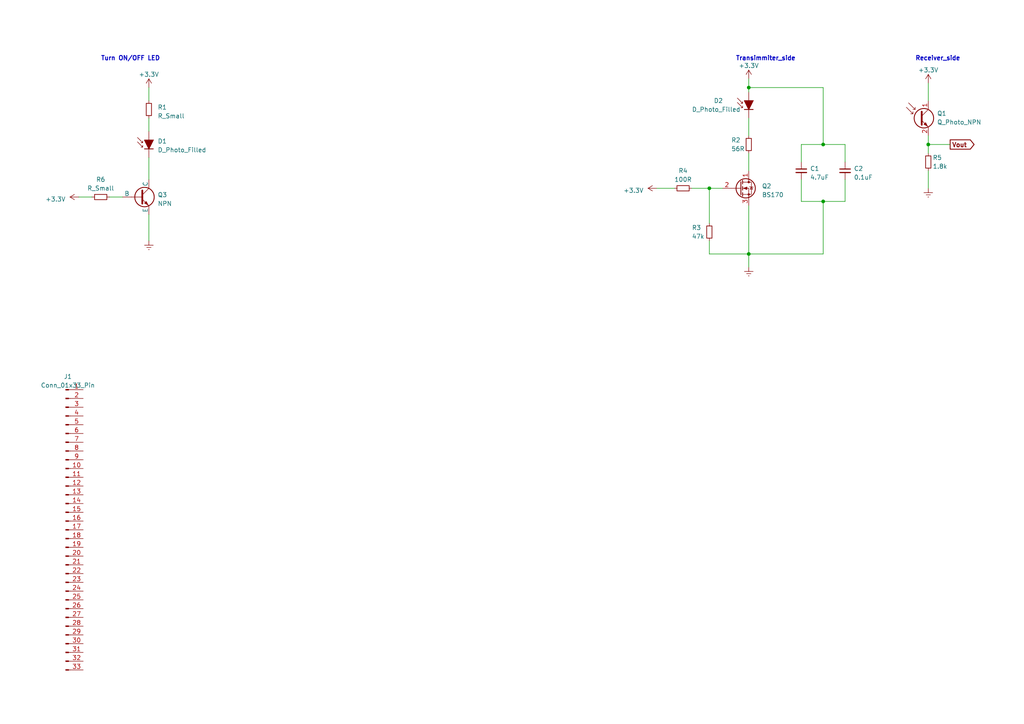
<source format=kicad_sch>
(kicad_sch (version 20230121) (generator eeschema)

  (uuid 82b518e6-905e-45ea-9c72-9e426627403e)

  (paper "A4")

  (title_block
    (title "MM_Sensor_Design")
    (date "2024-03-17")
    (rev "v01")
    (company "University of Cape Town")
    (comment 1 "@Author: Sfiso Masinga")
  )

  (lib_symbols
    (symbol "Connector:Conn_01x33_Pin" (pin_names (offset 1.016) hide) (in_bom yes) (on_board yes)
      (property "Reference" "J" (at 0 43.18 0)
        (effects (font (size 1.27 1.27)))
      )
      (property "Value" "Conn_01x33_Pin" (at 0 -43.18 0)
        (effects (font (size 1.27 1.27)))
      )
      (property "Footprint" "" (at 0 0 0)
        (effects (font (size 1.27 1.27)) hide)
      )
      (property "Datasheet" "~" (at 0 0 0)
        (effects (font (size 1.27 1.27)) hide)
      )
      (property "ki_locked" "" (at 0 0 0)
        (effects (font (size 1.27 1.27)))
      )
      (property "ki_keywords" "connector" (at 0 0 0)
        (effects (font (size 1.27 1.27)) hide)
      )
      (property "ki_description" "Generic connector, single row, 01x33, script generated" (at 0 0 0)
        (effects (font (size 1.27 1.27)) hide)
      )
      (property "ki_fp_filters" "Connector*:*_1x??_*" (at 0 0 0)
        (effects (font (size 1.27 1.27)) hide)
      )
      (symbol "Conn_01x33_Pin_1_1"
        (polyline
          (pts
            (xy 1.27 -40.64)
            (xy 0.8636 -40.64)
          )
          (stroke (width 0.1524) (type default))
          (fill (type none))
        )
        (polyline
          (pts
            (xy 1.27 -38.1)
            (xy 0.8636 -38.1)
          )
          (stroke (width 0.1524) (type default))
          (fill (type none))
        )
        (polyline
          (pts
            (xy 1.27 -35.56)
            (xy 0.8636 -35.56)
          )
          (stroke (width 0.1524) (type default))
          (fill (type none))
        )
        (polyline
          (pts
            (xy 1.27 -33.02)
            (xy 0.8636 -33.02)
          )
          (stroke (width 0.1524) (type default))
          (fill (type none))
        )
        (polyline
          (pts
            (xy 1.27 -30.48)
            (xy 0.8636 -30.48)
          )
          (stroke (width 0.1524) (type default))
          (fill (type none))
        )
        (polyline
          (pts
            (xy 1.27 -27.94)
            (xy 0.8636 -27.94)
          )
          (stroke (width 0.1524) (type default))
          (fill (type none))
        )
        (polyline
          (pts
            (xy 1.27 -25.4)
            (xy 0.8636 -25.4)
          )
          (stroke (width 0.1524) (type default))
          (fill (type none))
        )
        (polyline
          (pts
            (xy 1.27 -22.86)
            (xy 0.8636 -22.86)
          )
          (stroke (width 0.1524) (type default))
          (fill (type none))
        )
        (polyline
          (pts
            (xy 1.27 -20.32)
            (xy 0.8636 -20.32)
          )
          (stroke (width 0.1524) (type default))
          (fill (type none))
        )
        (polyline
          (pts
            (xy 1.27 -17.78)
            (xy 0.8636 -17.78)
          )
          (stroke (width 0.1524) (type default))
          (fill (type none))
        )
        (polyline
          (pts
            (xy 1.27 -15.24)
            (xy 0.8636 -15.24)
          )
          (stroke (width 0.1524) (type default))
          (fill (type none))
        )
        (polyline
          (pts
            (xy 1.27 -12.7)
            (xy 0.8636 -12.7)
          )
          (stroke (width 0.1524) (type default))
          (fill (type none))
        )
        (polyline
          (pts
            (xy 1.27 -10.16)
            (xy 0.8636 -10.16)
          )
          (stroke (width 0.1524) (type default))
          (fill (type none))
        )
        (polyline
          (pts
            (xy 1.27 -7.62)
            (xy 0.8636 -7.62)
          )
          (stroke (width 0.1524) (type default))
          (fill (type none))
        )
        (polyline
          (pts
            (xy 1.27 -5.08)
            (xy 0.8636 -5.08)
          )
          (stroke (width 0.1524) (type default))
          (fill (type none))
        )
        (polyline
          (pts
            (xy 1.27 -2.54)
            (xy 0.8636 -2.54)
          )
          (stroke (width 0.1524) (type default))
          (fill (type none))
        )
        (polyline
          (pts
            (xy 1.27 0)
            (xy 0.8636 0)
          )
          (stroke (width 0.1524) (type default))
          (fill (type none))
        )
        (polyline
          (pts
            (xy 1.27 2.54)
            (xy 0.8636 2.54)
          )
          (stroke (width 0.1524) (type default))
          (fill (type none))
        )
        (polyline
          (pts
            (xy 1.27 5.08)
            (xy 0.8636 5.08)
          )
          (stroke (width 0.1524) (type default))
          (fill (type none))
        )
        (polyline
          (pts
            (xy 1.27 7.62)
            (xy 0.8636 7.62)
          )
          (stroke (width 0.1524) (type default))
          (fill (type none))
        )
        (polyline
          (pts
            (xy 1.27 10.16)
            (xy 0.8636 10.16)
          )
          (stroke (width 0.1524) (type default))
          (fill (type none))
        )
        (polyline
          (pts
            (xy 1.27 12.7)
            (xy 0.8636 12.7)
          )
          (stroke (width 0.1524) (type default))
          (fill (type none))
        )
        (polyline
          (pts
            (xy 1.27 15.24)
            (xy 0.8636 15.24)
          )
          (stroke (width 0.1524) (type default))
          (fill (type none))
        )
        (polyline
          (pts
            (xy 1.27 17.78)
            (xy 0.8636 17.78)
          )
          (stroke (width 0.1524) (type default))
          (fill (type none))
        )
        (polyline
          (pts
            (xy 1.27 20.32)
            (xy 0.8636 20.32)
          )
          (stroke (width 0.1524) (type default))
          (fill (type none))
        )
        (polyline
          (pts
            (xy 1.27 22.86)
            (xy 0.8636 22.86)
          )
          (stroke (width 0.1524) (type default))
          (fill (type none))
        )
        (polyline
          (pts
            (xy 1.27 25.4)
            (xy 0.8636 25.4)
          )
          (stroke (width 0.1524) (type default))
          (fill (type none))
        )
        (polyline
          (pts
            (xy 1.27 27.94)
            (xy 0.8636 27.94)
          )
          (stroke (width 0.1524) (type default))
          (fill (type none))
        )
        (polyline
          (pts
            (xy 1.27 30.48)
            (xy 0.8636 30.48)
          )
          (stroke (width 0.1524) (type default))
          (fill (type none))
        )
        (polyline
          (pts
            (xy 1.27 33.02)
            (xy 0.8636 33.02)
          )
          (stroke (width 0.1524) (type default))
          (fill (type none))
        )
        (polyline
          (pts
            (xy 1.27 35.56)
            (xy 0.8636 35.56)
          )
          (stroke (width 0.1524) (type default))
          (fill (type none))
        )
        (polyline
          (pts
            (xy 1.27 38.1)
            (xy 0.8636 38.1)
          )
          (stroke (width 0.1524) (type default))
          (fill (type none))
        )
        (polyline
          (pts
            (xy 1.27 40.64)
            (xy 0.8636 40.64)
          )
          (stroke (width 0.1524) (type default))
          (fill (type none))
        )
        (rectangle (start 0.8636 -40.513) (end 0 -40.767)
          (stroke (width 0.1524) (type default))
          (fill (type outline))
        )
        (rectangle (start 0.8636 -37.973) (end 0 -38.227)
          (stroke (width 0.1524) (type default))
          (fill (type outline))
        )
        (rectangle (start 0.8636 -35.433) (end 0 -35.687)
          (stroke (width 0.1524) (type default))
          (fill (type outline))
        )
        (rectangle (start 0.8636 -32.893) (end 0 -33.147)
          (stroke (width 0.1524) (type default))
          (fill (type outline))
        )
        (rectangle (start 0.8636 -30.353) (end 0 -30.607)
          (stroke (width 0.1524) (type default))
          (fill (type outline))
        )
        (rectangle (start 0.8636 -27.813) (end 0 -28.067)
          (stroke (width 0.1524) (type default))
          (fill (type outline))
        )
        (rectangle (start 0.8636 -25.273) (end 0 -25.527)
          (stroke (width 0.1524) (type default))
          (fill (type outline))
        )
        (rectangle (start 0.8636 -22.733) (end 0 -22.987)
          (stroke (width 0.1524) (type default))
          (fill (type outline))
        )
        (rectangle (start 0.8636 -20.193) (end 0 -20.447)
          (stroke (width 0.1524) (type default))
          (fill (type outline))
        )
        (rectangle (start 0.8636 -17.653) (end 0 -17.907)
          (stroke (width 0.1524) (type default))
          (fill (type outline))
        )
        (rectangle (start 0.8636 -15.113) (end 0 -15.367)
          (stroke (width 0.1524) (type default))
          (fill (type outline))
        )
        (rectangle (start 0.8636 -12.573) (end 0 -12.827)
          (stroke (width 0.1524) (type default))
          (fill (type outline))
        )
        (rectangle (start 0.8636 -10.033) (end 0 -10.287)
          (stroke (width 0.1524) (type default))
          (fill (type outline))
        )
        (rectangle (start 0.8636 -7.493) (end 0 -7.747)
          (stroke (width 0.1524) (type default))
          (fill (type outline))
        )
        (rectangle (start 0.8636 -4.953) (end 0 -5.207)
          (stroke (width 0.1524) (type default))
          (fill (type outline))
        )
        (rectangle (start 0.8636 -2.413) (end 0 -2.667)
          (stroke (width 0.1524) (type default))
          (fill (type outline))
        )
        (rectangle (start 0.8636 0.127) (end 0 -0.127)
          (stroke (width 0.1524) (type default))
          (fill (type outline))
        )
        (rectangle (start 0.8636 2.667) (end 0 2.413)
          (stroke (width 0.1524) (type default))
          (fill (type outline))
        )
        (rectangle (start 0.8636 5.207) (end 0 4.953)
          (stroke (width 0.1524) (type default))
          (fill (type outline))
        )
        (rectangle (start 0.8636 7.747) (end 0 7.493)
          (stroke (width 0.1524) (type default))
          (fill (type outline))
        )
        (rectangle (start 0.8636 10.287) (end 0 10.033)
          (stroke (width 0.1524) (type default))
          (fill (type outline))
        )
        (rectangle (start 0.8636 12.827) (end 0 12.573)
          (stroke (width 0.1524) (type default))
          (fill (type outline))
        )
        (rectangle (start 0.8636 15.367) (end 0 15.113)
          (stroke (width 0.1524) (type default))
          (fill (type outline))
        )
        (rectangle (start 0.8636 17.907) (end 0 17.653)
          (stroke (width 0.1524) (type default))
          (fill (type outline))
        )
        (rectangle (start 0.8636 20.447) (end 0 20.193)
          (stroke (width 0.1524) (type default))
          (fill (type outline))
        )
        (rectangle (start 0.8636 22.987) (end 0 22.733)
          (stroke (width 0.1524) (type default))
          (fill (type outline))
        )
        (rectangle (start 0.8636 25.527) (end 0 25.273)
          (stroke (width 0.1524) (type default))
          (fill (type outline))
        )
        (rectangle (start 0.8636 28.067) (end 0 27.813)
          (stroke (width 0.1524) (type default))
          (fill (type outline))
        )
        (rectangle (start 0.8636 30.607) (end 0 30.353)
          (stroke (width 0.1524) (type default))
          (fill (type outline))
        )
        (rectangle (start 0.8636 33.147) (end 0 32.893)
          (stroke (width 0.1524) (type default))
          (fill (type outline))
        )
        (rectangle (start 0.8636 35.687) (end 0 35.433)
          (stroke (width 0.1524) (type default))
          (fill (type outline))
        )
        (rectangle (start 0.8636 38.227) (end 0 37.973)
          (stroke (width 0.1524) (type default))
          (fill (type outline))
        )
        (rectangle (start 0.8636 40.767) (end 0 40.513)
          (stroke (width 0.1524) (type default))
          (fill (type outline))
        )
        (pin passive line (at 5.08 40.64 180) (length 3.81)
          (name "Pin_1" (effects (font (size 1.27 1.27))))
          (number "1" (effects (font (size 1.27 1.27))))
        )
        (pin passive line (at 5.08 17.78 180) (length 3.81)
          (name "Pin_10" (effects (font (size 1.27 1.27))))
          (number "10" (effects (font (size 1.27 1.27))))
        )
        (pin passive line (at 5.08 15.24 180) (length 3.81)
          (name "Pin_11" (effects (font (size 1.27 1.27))))
          (number "11" (effects (font (size 1.27 1.27))))
        )
        (pin passive line (at 5.08 12.7 180) (length 3.81)
          (name "Pin_12" (effects (font (size 1.27 1.27))))
          (number "12" (effects (font (size 1.27 1.27))))
        )
        (pin passive line (at 5.08 10.16 180) (length 3.81)
          (name "Pin_13" (effects (font (size 1.27 1.27))))
          (number "13" (effects (font (size 1.27 1.27))))
        )
        (pin passive line (at 5.08 7.62 180) (length 3.81)
          (name "Pin_14" (effects (font (size 1.27 1.27))))
          (number "14" (effects (font (size 1.27 1.27))))
        )
        (pin passive line (at 5.08 5.08 180) (length 3.81)
          (name "Pin_15" (effects (font (size 1.27 1.27))))
          (number "15" (effects (font (size 1.27 1.27))))
        )
        (pin passive line (at 5.08 2.54 180) (length 3.81)
          (name "Pin_16" (effects (font (size 1.27 1.27))))
          (number "16" (effects (font (size 1.27 1.27))))
        )
        (pin passive line (at 5.08 0 180) (length 3.81)
          (name "Pin_17" (effects (font (size 1.27 1.27))))
          (number "17" (effects (font (size 1.27 1.27))))
        )
        (pin passive line (at 5.08 -2.54 180) (length 3.81)
          (name "Pin_18" (effects (font (size 1.27 1.27))))
          (number "18" (effects (font (size 1.27 1.27))))
        )
        (pin passive line (at 5.08 -5.08 180) (length 3.81)
          (name "Pin_19" (effects (font (size 1.27 1.27))))
          (number "19" (effects (font (size 1.27 1.27))))
        )
        (pin passive line (at 5.08 38.1 180) (length 3.81)
          (name "Pin_2" (effects (font (size 1.27 1.27))))
          (number "2" (effects (font (size 1.27 1.27))))
        )
        (pin passive line (at 5.08 -7.62 180) (length 3.81)
          (name "Pin_20" (effects (font (size 1.27 1.27))))
          (number "20" (effects (font (size 1.27 1.27))))
        )
        (pin passive line (at 5.08 -10.16 180) (length 3.81)
          (name "Pin_21" (effects (font (size 1.27 1.27))))
          (number "21" (effects (font (size 1.27 1.27))))
        )
        (pin passive line (at 5.08 -12.7 180) (length 3.81)
          (name "Pin_22" (effects (font (size 1.27 1.27))))
          (number "22" (effects (font (size 1.27 1.27))))
        )
        (pin passive line (at 5.08 -15.24 180) (length 3.81)
          (name "Pin_23" (effects (font (size 1.27 1.27))))
          (number "23" (effects (font (size 1.27 1.27))))
        )
        (pin passive line (at 5.08 -17.78 180) (length 3.81)
          (name "Pin_24" (effects (font (size 1.27 1.27))))
          (number "24" (effects (font (size 1.27 1.27))))
        )
        (pin passive line (at 5.08 -20.32 180) (length 3.81)
          (name "Pin_25" (effects (font (size 1.27 1.27))))
          (number "25" (effects (font (size 1.27 1.27))))
        )
        (pin passive line (at 5.08 -22.86 180) (length 3.81)
          (name "Pin_26" (effects (font (size 1.27 1.27))))
          (number "26" (effects (font (size 1.27 1.27))))
        )
        (pin passive line (at 5.08 -25.4 180) (length 3.81)
          (name "Pin_27" (effects (font (size 1.27 1.27))))
          (number "27" (effects (font (size 1.27 1.27))))
        )
        (pin passive line (at 5.08 -27.94 180) (length 3.81)
          (name "Pin_28" (effects (font (size 1.27 1.27))))
          (number "28" (effects (font (size 1.27 1.27))))
        )
        (pin passive line (at 5.08 -30.48 180) (length 3.81)
          (name "Pin_29" (effects (font (size 1.27 1.27))))
          (number "29" (effects (font (size 1.27 1.27))))
        )
        (pin passive line (at 5.08 35.56 180) (length 3.81)
          (name "Pin_3" (effects (font (size 1.27 1.27))))
          (number "3" (effects (font (size 1.27 1.27))))
        )
        (pin passive line (at 5.08 -33.02 180) (length 3.81)
          (name "Pin_30" (effects (font (size 1.27 1.27))))
          (number "30" (effects (font (size 1.27 1.27))))
        )
        (pin passive line (at 5.08 -35.56 180) (length 3.81)
          (name "Pin_31" (effects (font (size 1.27 1.27))))
          (number "31" (effects (font (size 1.27 1.27))))
        )
        (pin passive line (at 5.08 -38.1 180) (length 3.81)
          (name "Pin_32" (effects (font (size 1.27 1.27))))
          (number "32" (effects (font (size 1.27 1.27))))
        )
        (pin passive line (at 5.08 -40.64 180) (length 3.81)
          (name "Pin_33" (effects (font (size 1.27 1.27))))
          (number "33" (effects (font (size 1.27 1.27))))
        )
        (pin passive line (at 5.08 33.02 180) (length 3.81)
          (name "Pin_4" (effects (font (size 1.27 1.27))))
          (number "4" (effects (font (size 1.27 1.27))))
        )
        (pin passive line (at 5.08 30.48 180) (length 3.81)
          (name "Pin_5" (effects (font (size 1.27 1.27))))
          (number "5" (effects (font (size 1.27 1.27))))
        )
        (pin passive line (at 5.08 27.94 180) (length 3.81)
          (name "Pin_6" (effects (font (size 1.27 1.27))))
          (number "6" (effects (font (size 1.27 1.27))))
        )
        (pin passive line (at 5.08 25.4 180) (length 3.81)
          (name "Pin_7" (effects (font (size 1.27 1.27))))
          (number "7" (effects (font (size 1.27 1.27))))
        )
        (pin passive line (at 5.08 22.86 180) (length 3.81)
          (name "Pin_8" (effects (font (size 1.27 1.27))))
          (number "8" (effects (font (size 1.27 1.27))))
        )
        (pin passive line (at 5.08 20.32 180) (length 3.81)
          (name "Pin_9" (effects (font (size 1.27 1.27))))
          (number "9" (effects (font (size 1.27 1.27))))
        )
      )
    )
    (symbol "Device:C_Small" (pin_numbers hide) (pin_names (offset 0.254) hide) (in_bom yes) (on_board yes)
      (property "Reference" "C" (at 0.254 1.778 0)
        (effects (font (size 1.27 1.27)) (justify left))
      )
      (property "Value" "C_Small" (at 0.254 -2.032 0)
        (effects (font (size 1.27 1.27)) (justify left))
      )
      (property "Footprint" "" (at 0 0 0)
        (effects (font (size 1.27 1.27)) hide)
      )
      (property "Datasheet" "~" (at 0 0 0)
        (effects (font (size 1.27 1.27)) hide)
      )
      (property "ki_keywords" "capacitor cap" (at 0 0 0)
        (effects (font (size 1.27 1.27)) hide)
      )
      (property "ki_description" "Unpolarized capacitor, small symbol" (at 0 0 0)
        (effects (font (size 1.27 1.27)) hide)
      )
      (property "ki_fp_filters" "C_*" (at 0 0 0)
        (effects (font (size 1.27 1.27)) hide)
      )
      (symbol "C_Small_0_1"
        (polyline
          (pts
            (xy -1.524 -0.508)
            (xy 1.524 -0.508)
          )
          (stroke (width 0.3302) (type default))
          (fill (type none))
        )
        (polyline
          (pts
            (xy -1.524 0.508)
            (xy 1.524 0.508)
          )
          (stroke (width 0.3048) (type default))
          (fill (type none))
        )
      )
      (symbol "C_Small_1_1"
        (pin passive line (at 0 2.54 270) (length 2.032)
          (name "~" (effects (font (size 1.27 1.27))))
          (number "1" (effects (font (size 1.27 1.27))))
        )
        (pin passive line (at 0 -2.54 90) (length 2.032)
          (name "~" (effects (font (size 1.27 1.27))))
          (number "2" (effects (font (size 1.27 1.27))))
        )
      )
    )
    (symbol "Device:D_Photo_Filled" (pin_numbers hide) (pin_names hide) (in_bom yes) (on_board yes)
      (property "Reference" "D" (at 0.508 1.778 0)
        (effects (font (size 1.27 1.27)) (justify left))
      )
      (property "Value" "D_Photo_Filled" (at -1.016 -2.794 0)
        (effects (font (size 1.27 1.27)))
      )
      (property "Footprint" "" (at -1.27 0 0)
        (effects (font (size 1.27 1.27)) hide)
      )
      (property "Datasheet" "~" (at -1.27 0 0)
        (effects (font (size 1.27 1.27)) hide)
      )
      (property "ki_keywords" "photodiode diode opto" (at 0 0 0)
        (effects (font (size 1.27 1.27)) hide)
      )
      (property "ki_description" "Photodiode, filled shape" (at 0 0 0)
        (effects (font (size 1.27 1.27)) hide)
      )
      (symbol "D_Photo_Filled_0_1"
        (polyline
          (pts
            (xy -2.54 1.27)
            (xy -2.54 -1.27)
          )
          (stroke (width 0.254) (type default))
          (fill (type none))
        )
        (polyline
          (pts
            (xy -2.032 1.778)
            (xy -1.524 1.778)
          )
          (stroke (width 0) (type default))
          (fill (type none))
        )
        (polyline
          (pts
            (xy 0 0)
            (xy -2.54 0)
          )
          (stroke (width 0) (type default))
          (fill (type none))
        )
        (polyline
          (pts
            (xy -0.508 3.302)
            (xy -2.032 1.778)
            (xy -2.032 2.286)
          )
          (stroke (width 0) (type default))
          (fill (type none))
        )
        (polyline
          (pts
            (xy 0 -1.27)
            (xy 0 1.27)
            (xy -2.54 0)
            (xy 0 -1.27)
          )
          (stroke (width 0.254) (type default))
          (fill (type outline))
        )
        (polyline
          (pts
            (xy 0.762 3.302)
            (xy -0.762 1.778)
            (xy -0.762 2.286)
            (xy -0.762 1.778)
            (xy -0.254 1.778)
          )
          (stroke (width 0) (type default))
          (fill (type none))
        )
      )
      (symbol "D_Photo_Filled_1_1"
        (pin passive line (at -5.08 0 0) (length 2.54)
          (name "K" (effects (font (size 1.27 1.27))))
          (number "1" (effects (font (size 1.27 1.27))))
        )
        (pin passive line (at 2.54 0 180) (length 2.54)
          (name "A" (effects (font (size 1.27 1.27))))
          (number "2" (effects (font (size 1.27 1.27))))
        )
      )
    )
    (symbol "Device:Q_Photo_NPN" (pin_names (offset 0) hide) (in_bom yes) (on_board yes)
      (property "Reference" "Q" (at 5.08 1.27 0)
        (effects (font (size 1.27 1.27)) (justify left))
      )
      (property "Value" "Q_Photo_NPN" (at 5.08 -1.27 0)
        (effects (font (size 1.27 1.27)) (justify left))
      )
      (property "Footprint" "" (at 5.08 2.54 0)
        (effects (font (size 1.27 1.27)) hide)
      )
      (property "Datasheet" "~" (at 0 0 0)
        (effects (font (size 1.27 1.27)) hide)
      )
      (property "ki_keywords" "phototransistor NPN" (at 0 0 0)
        (effects (font (size 1.27 1.27)) hide)
      )
      (property "ki_description" "NPN phototransistor, collector/emitter" (at 0 0 0)
        (effects (font (size 1.27 1.27)) hide)
      )
      (symbol "Q_Photo_NPN_0_1"
        (polyline
          (pts
            (xy -1.905 1.27)
            (xy -2.54 1.27)
          )
          (stroke (width 0) (type default))
          (fill (type none))
        )
        (polyline
          (pts
            (xy -1.27 2.54)
            (xy -1.905 2.54)
          )
          (stroke (width 0) (type default))
          (fill (type none))
        )
        (polyline
          (pts
            (xy 0.635 0.635)
            (xy 2.54 2.54)
          )
          (stroke (width 0) (type default))
          (fill (type none))
        )
        (polyline
          (pts
            (xy -3.81 3.175)
            (xy -1.905 1.27)
            (xy -1.905 1.905)
          )
          (stroke (width 0) (type default))
          (fill (type none))
        )
        (polyline
          (pts
            (xy -3.175 4.445)
            (xy -1.27 2.54)
            (xy -1.27 3.175)
          )
          (stroke (width 0) (type default))
          (fill (type none))
        )
        (polyline
          (pts
            (xy 0.635 -0.635)
            (xy 2.54 -2.54)
            (xy 2.54 -2.54)
          )
          (stroke (width 0) (type default))
          (fill (type none))
        )
        (polyline
          (pts
            (xy 0.635 1.905)
            (xy 0.635 -1.905)
            (xy 0.635 -1.905)
          )
          (stroke (width 0.508) (type default))
          (fill (type none))
        )
        (polyline
          (pts
            (xy 1.27 -1.778)
            (xy 1.778 -1.27)
            (xy 2.286 -2.286)
            (xy 1.27 -1.778)
            (xy 1.27 -1.778)
          )
          (stroke (width 0) (type default))
          (fill (type outline))
        )
        (circle (center 1.27 0) (radius 2.8194)
          (stroke (width 0.254) (type default))
          (fill (type none))
        )
      )
      (symbol "Q_Photo_NPN_1_1"
        (pin passive line (at 2.54 5.08 270) (length 2.54)
          (name "C" (effects (font (size 1.27 1.27))))
          (number "1" (effects (font (size 1.27 1.27))))
        )
        (pin passive line (at 2.54 -5.08 90) (length 2.54)
          (name "E" (effects (font (size 1.27 1.27))))
          (number "2" (effects (font (size 1.27 1.27))))
        )
      )
    )
    (symbol "Device:R_Small" (pin_numbers hide) (pin_names (offset 0.254) hide) (in_bom yes) (on_board yes)
      (property "Reference" "R" (at 0.762 0.508 0)
        (effects (font (size 1.27 1.27)) (justify left))
      )
      (property "Value" "R_Small" (at 0.762 -1.016 0)
        (effects (font (size 1.27 1.27)) (justify left))
      )
      (property "Footprint" "" (at 0 0 0)
        (effects (font (size 1.27 1.27)) hide)
      )
      (property "Datasheet" "~" (at 0 0 0)
        (effects (font (size 1.27 1.27)) hide)
      )
      (property "ki_keywords" "R resistor" (at 0 0 0)
        (effects (font (size 1.27 1.27)) hide)
      )
      (property "ki_description" "Resistor, small symbol" (at 0 0 0)
        (effects (font (size 1.27 1.27)) hide)
      )
      (property "ki_fp_filters" "R_*" (at 0 0 0)
        (effects (font (size 1.27 1.27)) hide)
      )
      (symbol "R_Small_0_1"
        (rectangle (start -0.762 1.778) (end 0.762 -1.778)
          (stroke (width 0.2032) (type default))
          (fill (type none))
        )
      )
      (symbol "R_Small_1_1"
        (pin passive line (at 0 2.54 270) (length 0.762)
          (name "~" (effects (font (size 1.27 1.27))))
          (number "1" (effects (font (size 1.27 1.27))))
        )
        (pin passive line (at 0 -2.54 90) (length 0.762)
          (name "~" (effects (font (size 1.27 1.27))))
          (number "2" (effects (font (size 1.27 1.27))))
        )
      )
    )
    (symbol "Simulation_SPICE:NPN" (pin_numbers hide) (pin_names (offset 0)) (in_bom yes) (on_board yes)
      (property "Reference" "Q" (at -2.54 7.62 0)
        (effects (font (size 1.27 1.27)))
      )
      (property "Value" "NPN" (at -2.54 5.08 0)
        (effects (font (size 1.27 1.27)))
      )
      (property "Footprint" "" (at 63.5 0 0)
        (effects (font (size 1.27 1.27)) hide)
      )
      (property "Datasheet" "~" (at 63.5 0 0)
        (effects (font (size 1.27 1.27)) hide)
      )
      (property "Sim.Device" "NPN" (at 0 0 0)
        (effects (font (size 1.27 1.27)) hide)
      )
      (property "Sim.Type" "GUMMELPOON" (at 0 0 0)
        (effects (font (size 1.27 1.27)) hide)
      )
      (property "Sim.Pins" "1=C 2=B 3=E" (at 0 0 0)
        (effects (font (size 1.27 1.27)) hide)
      )
      (property "ki_keywords" "simulation" (at 0 0 0)
        (effects (font (size 1.27 1.27)) hide)
      )
      (property "ki_description" "Bipolar transistor symbol for simulation only, substrate tied to the emitter" (at 0 0 0)
        (effects (font (size 1.27 1.27)) hide)
      )
      (symbol "NPN_0_1"
        (polyline
          (pts
            (xy -2.54 0)
            (xy 0.635 0)
          )
          (stroke (width 0.1524) (type default))
          (fill (type none))
        )
        (polyline
          (pts
            (xy 0.635 0.635)
            (xy 2.54 2.54)
          )
          (stroke (width 0) (type default))
          (fill (type none))
        )
        (polyline
          (pts
            (xy 2.794 -1.27)
            (xy 2.794 -1.27)
          )
          (stroke (width 0.1524) (type default))
          (fill (type none))
        )
        (polyline
          (pts
            (xy 2.794 -1.27)
            (xy 2.794 -1.27)
          )
          (stroke (width 0.1524) (type default))
          (fill (type none))
        )
        (polyline
          (pts
            (xy 0.635 -0.635)
            (xy 2.54 -2.54)
            (xy 2.54 -2.54)
          )
          (stroke (width 0) (type default))
          (fill (type none))
        )
        (polyline
          (pts
            (xy 0.635 1.905)
            (xy 0.635 -1.905)
            (xy 0.635 -1.905)
          )
          (stroke (width 0.508) (type default))
          (fill (type none))
        )
        (polyline
          (pts
            (xy 1.27 -1.778)
            (xy 1.778 -1.27)
            (xy 2.286 -2.286)
            (xy 1.27 -1.778)
            (xy 1.27 -1.778)
          )
          (stroke (width 0) (type default))
          (fill (type outline))
        )
        (circle (center 1.27 0) (radius 2.8194)
          (stroke (width 0.254) (type default))
          (fill (type none))
        )
      )
      (symbol "NPN_1_1"
        (pin open_collector line (at 2.54 5.08 270) (length 2.54)
          (name "C" (effects (font (size 1.27 1.27))))
          (number "1" (effects (font (size 1.27 1.27))))
        )
        (pin input line (at -5.08 0 0) (length 2.54)
          (name "B" (effects (font (size 1.27 1.27))))
          (number "2" (effects (font (size 1.27 1.27))))
        )
        (pin open_emitter line (at 2.54 -5.08 90) (length 2.54)
          (name "E" (effects (font (size 1.27 1.27))))
          (number "3" (effects (font (size 1.27 1.27))))
        )
      )
    )
    (symbol "Transistor_FET:BS170" (pin_names hide) (in_bom yes) (on_board yes)
      (property "Reference" "Q" (at 5.08 1.905 0)
        (effects (font (size 1.27 1.27)) (justify left))
      )
      (property "Value" "BS170" (at 5.08 0 0)
        (effects (font (size 1.27 1.27)) (justify left))
      )
      (property "Footprint" "Package_TO_SOT_THT:TO-92_Inline" (at 5.08 -1.905 0)
        (effects (font (size 1.27 1.27) italic) (justify left) hide)
      )
      (property "Datasheet" "https://www.onsemi.com/pub/Collateral/BS170-D.PDF" (at 0 0 0)
        (effects (font (size 1.27 1.27)) (justify left) hide)
      )
      (property "ki_keywords" "N-Channel MOSFET" (at 0 0 0)
        (effects (font (size 1.27 1.27)) hide)
      )
      (property "ki_description" "0.5A Id, 60V Vds, N-Channel MOSFET, TO-92" (at 0 0 0)
        (effects (font (size 1.27 1.27)) hide)
      )
      (property "ki_fp_filters" "TO?92*" (at 0 0 0)
        (effects (font (size 1.27 1.27)) hide)
      )
      (symbol "BS170_0_1"
        (polyline
          (pts
            (xy 0.254 0)
            (xy -2.54 0)
          )
          (stroke (width 0) (type default))
          (fill (type none))
        )
        (polyline
          (pts
            (xy 0.254 1.905)
            (xy 0.254 -1.905)
          )
          (stroke (width 0.254) (type default))
          (fill (type none))
        )
        (polyline
          (pts
            (xy 0.762 -1.27)
            (xy 0.762 -2.286)
          )
          (stroke (width 0.254) (type default))
          (fill (type none))
        )
        (polyline
          (pts
            (xy 0.762 0.508)
            (xy 0.762 -0.508)
          )
          (stroke (width 0.254) (type default))
          (fill (type none))
        )
        (polyline
          (pts
            (xy 0.762 2.286)
            (xy 0.762 1.27)
          )
          (stroke (width 0.254) (type default))
          (fill (type none))
        )
        (polyline
          (pts
            (xy 2.54 2.54)
            (xy 2.54 1.778)
          )
          (stroke (width 0) (type default))
          (fill (type none))
        )
        (polyline
          (pts
            (xy 2.54 -2.54)
            (xy 2.54 0)
            (xy 0.762 0)
          )
          (stroke (width 0) (type default))
          (fill (type none))
        )
        (polyline
          (pts
            (xy 0.762 -1.778)
            (xy 3.302 -1.778)
            (xy 3.302 1.778)
            (xy 0.762 1.778)
          )
          (stroke (width 0) (type default))
          (fill (type none))
        )
        (polyline
          (pts
            (xy 1.016 0)
            (xy 2.032 0.381)
            (xy 2.032 -0.381)
            (xy 1.016 0)
          )
          (stroke (width 0) (type default))
          (fill (type outline))
        )
        (polyline
          (pts
            (xy 2.794 0.508)
            (xy 2.921 0.381)
            (xy 3.683 0.381)
            (xy 3.81 0.254)
          )
          (stroke (width 0) (type default))
          (fill (type none))
        )
        (polyline
          (pts
            (xy 3.302 0.381)
            (xy 2.921 -0.254)
            (xy 3.683 -0.254)
            (xy 3.302 0.381)
          )
          (stroke (width 0) (type default))
          (fill (type none))
        )
        (circle (center 1.651 0) (radius 2.794)
          (stroke (width 0.254) (type default))
          (fill (type none))
        )
        (circle (center 2.54 -1.778) (radius 0.254)
          (stroke (width 0) (type default))
          (fill (type outline))
        )
        (circle (center 2.54 1.778) (radius 0.254)
          (stroke (width 0) (type default))
          (fill (type outline))
        )
      )
      (symbol "BS170_1_1"
        (pin passive line (at 2.54 5.08 270) (length 2.54)
          (name "D" (effects (font (size 1.27 1.27))))
          (number "1" (effects (font (size 1.27 1.27))))
        )
        (pin input line (at -5.08 0 0) (length 2.54)
          (name "G" (effects (font (size 1.27 1.27))))
          (number "2" (effects (font (size 1.27 1.27))))
        )
        (pin passive line (at 2.54 -5.08 90) (length 2.54)
          (name "S" (effects (font (size 1.27 1.27))))
          (number "3" (effects (font (size 1.27 1.27))))
        )
      )
    )
    (symbol "power:+3.3V" (power) (pin_names (offset 0)) (in_bom yes) (on_board yes)
      (property "Reference" "#PWR" (at 0 -3.81 0)
        (effects (font (size 1.27 1.27)) hide)
      )
      (property "Value" "+3.3V" (at 0 3.556 0)
        (effects (font (size 1.27 1.27)))
      )
      (property "Footprint" "" (at 0 0 0)
        (effects (font (size 1.27 1.27)) hide)
      )
      (property "Datasheet" "" (at 0 0 0)
        (effects (font (size 1.27 1.27)) hide)
      )
      (property "ki_keywords" "global power" (at 0 0 0)
        (effects (font (size 1.27 1.27)) hide)
      )
      (property "ki_description" "Power symbol creates a global label with name \"+3.3V\"" (at 0 0 0)
        (effects (font (size 1.27 1.27)) hide)
      )
      (symbol "+3.3V_0_1"
        (polyline
          (pts
            (xy -0.762 1.27)
            (xy 0 2.54)
          )
          (stroke (width 0) (type default))
          (fill (type none))
        )
        (polyline
          (pts
            (xy 0 0)
            (xy 0 2.54)
          )
          (stroke (width 0) (type default))
          (fill (type none))
        )
        (polyline
          (pts
            (xy 0 2.54)
            (xy 0.762 1.27)
          )
          (stroke (width 0) (type default))
          (fill (type none))
        )
      )
      (symbol "+3.3V_1_1"
        (pin power_in line (at 0 0 90) (length 0) hide
          (name "+3.3V" (effects (font (size 1.27 1.27))))
          (number "1" (effects (font (size 1.27 1.27))))
        )
      )
    )
    (symbol "power:Earth" (power) (pin_names (offset 0)) (in_bom yes) (on_board yes)
      (property "Reference" "#PWR" (at 0 -6.35 0)
        (effects (font (size 1.27 1.27)) hide)
      )
      (property "Value" "Earth" (at 0 -3.81 0)
        (effects (font (size 1.27 1.27)) hide)
      )
      (property "Footprint" "" (at 0 0 0)
        (effects (font (size 1.27 1.27)) hide)
      )
      (property "Datasheet" "~" (at 0 0 0)
        (effects (font (size 1.27 1.27)) hide)
      )
      (property "ki_keywords" "global ground gnd" (at 0 0 0)
        (effects (font (size 1.27 1.27)) hide)
      )
      (property "ki_description" "Power symbol creates a global label with name \"Earth\"" (at 0 0 0)
        (effects (font (size 1.27 1.27)) hide)
      )
      (symbol "Earth_0_1"
        (polyline
          (pts
            (xy -0.635 -1.905)
            (xy 0.635 -1.905)
          )
          (stroke (width 0) (type default))
          (fill (type none))
        )
        (polyline
          (pts
            (xy -0.127 -2.54)
            (xy 0.127 -2.54)
          )
          (stroke (width 0) (type default))
          (fill (type none))
        )
        (polyline
          (pts
            (xy 0 -1.27)
            (xy 0 0)
          )
          (stroke (width 0) (type default))
          (fill (type none))
        )
        (polyline
          (pts
            (xy 1.27 -1.27)
            (xy -1.27 -1.27)
          )
          (stroke (width 0) (type default))
          (fill (type none))
        )
      )
      (symbol "Earth_1_1"
        (pin power_in line (at 0 0 270) (length 0) hide
          (name "Earth" (effects (font (size 1.27 1.27))))
          (number "1" (effects (font (size 1.27 1.27))))
        )
      )
    )
  )

  (junction (at 205.74 54.61) (diameter 0) (color 0 0 0 0)
    (uuid 683e2500-9a90-4a9c-9264-96620c9e9127)
  )
  (junction (at 238.76 58.42) (diameter 0) (color 0 0 0 0)
    (uuid 69d67a18-fa2e-4493-ae89-2316cc89a7b5)
  )
  (junction (at 217.17 25.4) (diameter 0) (color 0 0 0 0)
    (uuid 882a4038-82eb-441c-af13-eff8ae54c70a)
  )
  (junction (at 217.17 73.66) (diameter 0) (color 0 0 0 0)
    (uuid b7105788-a15f-41e3-8fbc-f8fbe878783a)
  )
  (junction (at 269.24 41.91) (diameter 0) (color 0 0 0 0)
    (uuid ca66af40-1242-453a-9a20-5816c0e5e74e)
  )
  (junction (at 238.76 41.91) (diameter 0) (color 0 0 0 0)
    (uuid d791af29-3938-4b86-91e6-8221d9115068)
  )

  (wire (pts (xy 217.17 22.86) (xy 217.17 25.4))
    (stroke (width 0) (type default))
    (uuid 05246e03-e285-4372-86ed-95ae536acb05)
  )
  (wire (pts (xy 43.18 34.29) (xy 43.18 38.1))
    (stroke (width 0) (type default))
    (uuid 07f798f8-7917-4f4f-a3ab-9b8773749363)
  )
  (wire (pts (xy 217.17 44.45) (xy 217.17 49.53))
    (stroke (width 0) (type default))
    (uuid 1f2edfdb-39f0-4e26-b1d8-706e0bf496be)
  )
  (wire (pts (xy 232.41 41.91) (xy 238.76 41.91))
    (stroke (width 0) (type default))
    (uuid 2a4abcef-7fc4-4648-ac10-4a2a74461358)
  )
  (wire (pts (xy 269.24 24.13) (xy 269.24 29.21))
    (stroke (width 0) (type default))
    (uuid 327321f2-0e0e-42a7-b9fa-fdee25ab1c55)
  )
  (wire (pts (xy 232.41 52.07) (xy 232.41 58.42))
    (stroke (width 0) (type default))
    (uuid 32b7585f-7b53-4595-b1ff-42a3420effbc)
  )
  (wire (pts (xy 238.76 58.42) (xy 238.76 73.66))
    (stroke (width 0) (type default))
    (uuid 52705522-57d6-456c-9c99-a0f05a9b7bea)
  )
  (wire (pts (xy 238.76 58.42) (xy 245.11 58.42))
    (stroke (width 0) (type default))
    (uuid 58a3e869-452a-49fc-81c6-cb18d6612fcc)
  )
  (wire (pts (xy 205.74 54.61) (xy 209.55 54.61))
    (stroke (width 0) (type default))
    (uuid 62f3d744-a62d-4394-b688-bdec544dc34c)
  )
  (wire (pts (xy 22.86 57.15) (xy 26.67 57.15))
    (stroke (width 0) (type default))
    (uuid 65346eb0-b787-4dde-af07-19b0a0e97c31)
  )
  (wire (pts (xy 232.41 41.91) (xy 232.41 46.99))
    (stroke (width 0) (type default))
    (uuid 696680d1-c539-4c74-b4e3-897d971c63d7)
  )
  (wire (pts (xy 43.18 25.4) (xy 43.18 29.21))
    (stroke (width 0) (type default))
    (uuid 7048ec50-b725-4a7e-adf3-6c6389fc5c02)
  )
  (wire (pts (xy 217.17 25.4) (xy 217.17 26.67))
    (stroke (width 0) (type default))
    (uuid 723f8ebc-782a-4958-bca1-622870d99da8)
  )
  (wire (pts (xy 217.17 59.69) (xy 217.17 73.66))
    (stroke (width 0) (type default))
    (uuid 74af31cf-88fd-43b4-97d1-cf5d80db5529)
  )
  (wire (pts (xy 217.17 34.29) (xy 217.17 39.37))
    (stroke (width 0) (type default))
    (uuid 7a3e54a2-2e10-4514-8f63-6a01f5100b86)
  )
  (wire (pts (xy 190.5 54.61) (xy 195.58 54.61))
    (stroke (width 0) (type default))
    (uuid 7dcb8748-4417-419d-9d6b-9dbe5fa7d93f)
  )
  (wire (pts (xy 269.24 49.53) (xy 269.24 54.61))
    (stroke (width 0) (type default))
    (uuid 8a62f15e-0be3-46f0-afdf-e1af1c9b7bed)
  )
  (wire (pts (xy 245.11 58.42) (xy 245.11 52.07))
    (stroke (width 0) (type default))
    (uuid 97bc2b47-1ea0-4813-9afc-ed95ac89ae1a)
  )
  (wire (pts (xy 217.17 73.66) (xy 217.17 77.47))
    (stroke (width 0) (type default))
    (uuid 9b69af5c-123c-452e-8df7-22d937f1c453)
  )
  (wire (pts (xy 232.41 58.42) (xy 238.76 58.42))
    (stroke (width 0) (type default))
    (uuid 9bf5272d-91e7-44ed-b546-06f1ab0ce49d)
  )
  (wire (pts (xy 269.24 41.91) (xy 269.24 44.45))
    (stroke (width 0) (type default))
    (uuid b697e17e-ca07-4742-bd35-b0abbbebfb72)
  )
  (wire (pts (xy 205.74 64.77) (xy 205.74 54.61))
    (stroke (width 0) (type default))
    (uuid b76ecab5-9e78-4166-8c0f-88dd0b8b2ff2)
  )
  (wire (pts (xy 200.66 54.61) (xy 205.74 54.61))
    (stroke (width 0) (type default))
    (uuid b96810ae-fb6d-40f2-88bc-22a0d4c3c663)
  )
  (wire (pts (xy 205.74 73.66) (xy 217.17 73.66))
    (stroke (width 0) (type default))
    (uuid b9d886ea-f9b6-47f0-b876-8420493f3c75)
  )
  (wire (pts (xy 205.74 69.85) (xy 205.74 73.66))
    (stroke (width 0) (type default))
    (uuid c215f9d2-5640-4dcc-8711-529493a48b9b)
  )
  (wire (pts (xy 31.75 57.15) (xy 35.56 57.15))
    (stroke (width 0) (type default))
    (uuid ca2d4a3e-8824-4585-bb51-7c31439fc773)
  )
  (wire (pts (xy 245.11 46.99) (xy 245.11 41.91))
    (stroke (width 0) (type default))
    (uuid cc296a75-9f6c-4183-8e1f-c659c6f9cca4)
  )
  (wire (pts (xy 238.76 41.91) (xy 238.76 25.4))
    (stroke (width 0) (type default))
    (uuid cdebfaf7-bd33-4b28-b8b7-c3900dcaa689)
  )
  (wire (pts (xy 238.76 41.91) (xy 245.11 41.91))
    (stroke (width 0) (type default))
    (uuid d4fda708-9e7a-4413-a377-899cf8fd29a1)
  )
  (wire (pts (xy 238.76 25.4) (xy 217.17 25.4))
    (stroke (width 0) (type default))
    (uuid d67e4695-c2d8-4c6c-9f8f-bdd04e542913)
  )
  (wire (pts (xy 43.18 62.23) (xy 43.18 69.85))
    (stroke (width 0) (type default))
    (uuid dcaca8bc-9d1e-4726-96e2-65a66f3ed757)
  )
  (wire (pts (xy 238.76 73.66) (xy 217.17 73.66))
    (stroke (width 0) (type default))
    (uuid def610a8-2b35-4a3f-81c5-9e678ec31b0c)
  )
  (wire (pts (xy 43.18 45.72) (xy 43.18 52.07))
    (stroke (width 0) (type default))
    (uuid e41dee52-0a42-45a1-bb56-f5478ab1eff9)
  )
  (wire (pts (xy 269.24 41.91) (xy 275.59 41.91))
    (stroke (width 0) (type default))
    (uuid ea0181e4-e6e3-4360-a723-b866e67bee4b)
  )
  (wire (pts (xy 269.24 39.37) (xy 269.24 41.91))
    (stroke (width 0) (type default))
    (uuid eebe4897-e5e2-4aa1-98c9-68b2d35de229)
  )

  (text "Receiver_side" (at 265.43 17.78 0)
    (effects (font (size 1.27 1.27) (thickness 0.254) bold) (justify left bottom))
    (uuid 19080c3a-6636-480a-b444-30f64b41910d)
  )
  (text "Transimmiter_side" (at 213.36 17.78 0)
    (effects (font (size 1.27 1.27) (thickness 0.254) bold) (justify left bottom))
    (uuid 9184cdbf-eaa5-4a1f-b39d-b1d3544a74e2)
  )
  (text "Turn ON/OFF LED" (at 29.21 17.78 0)
    (effects (font (size 1.27 1.27) (thickness 0.254) bold) (justify left bottom))
    (uuid f6c1b9cd-de12-4915-aa2d-460ca8b736fb)
  )

  (global_label "Vout" (shape output) (at 275.59 41.91 0) (fields_autoplaced)
    (effects (font (size 1.27 1.27) bold) (justify left))
    (uuid ab3aff6f-65ad-4d3a-991c-2dadbb243ebc)
    (property "Intersheetrefs" "${INTERSHEET_REFS}" (at 283.0365 41.91 0)
      (effects (font (size 1.27 1.27)) (justify left) hide)
    )
  )

  (symbol (lib_id "power:+3.3V") (at 43.18 25.4 0) (unit 1)
    (in_bom yes) (on_board yes) (dnp no) (fields_autoplaced)
    (uuid 01462987-4467-4ef5-8010-ea1b56cc5502)
    (property "Reference" "#PWR04" (at 43.18 29.21 0)
      (effects (font (size 1.27 1.27)) hide)
    )
    (property "Value" "+3.3V" (at 43.18 21.59 0)
      (effects (font (size 1.27 1.27)))
    )
    (property "Footprint" "" (at 43.18 25.4 0)
      (effects (font (size 1.27 1.27)) hide)
    )
    (property "Datasheet" "" (at 43.18 25.4 0)
      (effects (font (size 1.27 1.27)) hide)
    )
    (pin "1" (uuid e0da272d-7bc2-40d6-9da5-88ac84c69624))
    (instances
      (project "EEE3088F_Sensor_Schematic"
        (path "/82b518e6-905e-45ea-9c72-9e426627403e"
          (reference "#PWR04") (unit 1)
        )
      )
    )
  )

  (symbol (lib_id "Transistor_FET:BS170") (at 214.63 54.61 0) (unit 1)
    (in_bom yes) (on_board yes) (dnp no) (fields_autoplaced)
    (uuid 08dd8771-0045-48b9-8df9-6d72b8b703d4)
    (property "Reference" "Q2" (at 220.98 53.975 0)
      (effects (font (size 1.27 1.27)) (justify left))
    )
    (property "Value" "BS170" (at 220.98 56.515 0)
      (effects (font (size 1.27 1.27)) (justify left))
    )
    (property "Footprint" "Package_TO_SOT_THT:TO-92_Inline" (at 219.71 56.515 0)
      (effects (font (size 1.27 1.27) italic) (justify left) hide)
    )
    (property "Datasheet" "https://www.onsemi.com/pub/Collateral/BS170-D.PDF" (at 214.63 54.61 0)
      (effects (font (size 1.27 1.27)) (justify left) hide)
    )
    (pin "1" (uuid ec3c2a70-dd20-40df-bb66-f4ce0ae1882d))
    (pin "2" (uuid 66d67931-f80b-4267-ac51-25ca9c561958))
    (pin "3" (uuid edf1748f-cfd5-4962-a8e0-636b118cfde9))
    (instances
      (project "EEE3088F_Sensor_Schematic"
        (path "/82b518e6-905e-45ea-9c72-9e426627403e"
          (reference "Q2") (unit 1)
        )
      )
    )
  )

  (symbol (lib_id "Device:R_Small") (at 29.21 57.15 90) (unit 1)
    (in_bom yes) (on_board yes) (dnp no) (fields_autoplaced)
    (uuid 0fc7962f-67ae-4391-80e2-892ec3c179a7)
    (property "Reference" "R6" (at 29.21 52.07 90)
      (effects (font (size 1.27 1.27)))
    )
    (property "Value" "R_Small" (at 29.21 54.61 90)
      (effects (font (size 1.27 1.27)))
    )
    (property "Footprint" "Resistor_SMD:R_0815_2038Metric_Pad1.20x4.05mm_HandSolder" (at 29.21 57.15 0)
      (effects (font (size 1.27 1.27)) hide)
    )
    (property "Datasheet" "~" (at 29.21 57.15 0)
      (effects (font (size 1.27 1.27)) hide)
    )
    (pin "1" (uuid 66b761bb-eee1-4c9d-9da3-c62670c35b38))
    (pin "2" (uuid 36899bfc-7d44-423f-8ed6-ec05538f51eb))
    (instances
      (project "EEE3088F_Sensor_Schematic"
        (path "/82b518e6-905e-45ea-9c72-9e426627403e"
          (reference "R6") (unit 1)
        )
      )
    )
  )

  (symbol (lib_id "power:Earth") (at 269.24 54.61 0) (unit 1)
    (in_bom yes) (on_board yes) (dnp no) (fields_autoplaced)
    (uuid 1040abdd-84e4-4049-8c49-43631a78d2aa)
    (property "Reference" "#PWR03" (at 269.24 60.96 0)
      (effects (font (size 1.27 1.27)) hide)
    )
    (property "Value" "Earth" (at 269.24 58.42 0)
      (effects (font (size 1.27 1.27)) hide)
    )
    (property "Footprint" "" (at 269.24 54.61 0)
      (effects (font (size 1.27 1.27)) hide)
    )
    (property "Datasheet" "~" (at 269.24 54.61 0)
      (effects (font (size 1.27 1.27)) hide)
    )
    (pin "1" (uuid 3a61b230-6f98-4f72-8a46-caa5160e56cb))
    (instances
      (project "EEE3088F_Sensor_Schematic"
        (path "/82b518e6-905e-45ea-9c72-9e426627403e"
          (reference "#PWR03") (unit 1)
        )
      )
    )
  )

  (symbol (lib_id "Device:C_Small") (at 232.41 49.53 0) (unit 1)
    (in_bom yes) (on_board yes) (dnp no) (fields_autoplaced)
    (uuid 18d710a1-7d55-46e2-82af-52215b83ff3d)
    (property "Reference" "C1" (at 234.95 48.9013 0)
      (effects (font (size 1.27 1.27)) (justify left))
    )
    (property "Value" "4.7uF" (at 234.95 51.4413 0)
      (effects (font (size 1.27 1.27)) (justify left))
    )
    (property "Footprint" "" (at 232.41 49.53 0)
      (effects (font (size 1.27 1.27)) hide)
    )
    (property "Datasheet" "~" (at 232.41 49.53 0)
      (effects (font (size 1.27 1.27)) hide)
    )
    (pin "1" (uuid dfe235c2-4028-406a-b932-c01123d80c67))
    (pin "2" (uuid 1570d025-c4ce-42a0-bc0b-a9aa3b856126))
    (instances
      (project "EEE3088F_Sensor_Schematic"
        (path "/82b518e6-905e-45ea-9c72-9e426627403e"
          (reference "C1") (unit 1)
        )
      )
    )
  )

  (symbol (lib_id "Device:R_Small") (at 269.24 46.99 0) (unit 1)
    (in_bom yes) (on_board yes) (dnp no)
    (uuid 1dc5b2ec-cb0a-44f5-a011-7737652dbb56)
    (property "Reference" "R5" (at 270.51 45.72 0)
      (effects (font (size 1.27 1.27)) (justify left))
    )
    (property "Value" "1.8k" (at 270.51 48.26 0)
      (effects (font (size 1.27 1.27)) (justify left))
    )
    (property "Footprint" "" (at 269.24 46.99 0)
      (effects (font (size 1.27 1.27)) hide)
    )
    (property "Datasheet" "~" (at 269.24 46.99 0)
      (effects (font (size 1.27 1.27)) hide)
    )
    (pin "1" (uuid 12e994db-31b4-492c-b992-1bdbf341f0c1))
    (pin "2" (uuid 776a4fc6-8fd4-47d4-9889-bd7da82e9d51))
    (instances
      (project "EEE3088F_Sensor_Schematic"
        (path "/82b518e6-905e-45ea-9c72-9e426627403e"
          (reference "R5") (unit 1)
        )
      )
    )
  )

  (symbol (lib_id "Simulation_SPICE:NPN") (at 40.64 57.15 0) (unit 1)
    (in_bom yes) (on_board yes) (dnp no) (fields_autoplaced)
    (uuid 6a0d2bfb-3a57-4548-9afc-5a430f910b92)
    (property "Reference" "Q3" (at 45.72 56.515 0)
      (effects (font (size 1.27 1.27)) (justify left))
    )
    (property "Value" "NPN" (at 45.72 59.055 0)
      (effects (font (size 1.27 1.27)) (justify left))
    )
    (property "Footprint" "" (at 104.14 57.15 0)
      (effects (font (size 1.27 1.27)) hide)
    )
    (property "Datasheet" "~" (at 104.14 57.15 0)
      (effects (font (size 1.27 1.27)) hide)
    )
    (property "Sim.Device" "NPN" (at 40.64 57.15 0)
      (effects (font (size 1.27 1.27)) hide)
    )
    (property "Sim.Type" "GUMMELPOON" (at 40.64 57.15 0)
      (effects (font (size 1.27 1.27)) hide)
    )
    (property "Sim.Pins" "1=C 2=B 3=E" (at 40.64 57.15 0)
      (effects (font (size 1.27 1.27)) hide)
    )
    (pin "1" (uuid 24529b52-0f99-4e41-bcfc-75cf6f06026b))
    (pin "2" (uuid 614bfc15-8d3c-49c2-989f-0838ba661a7e))
    (pin "3" (uuid 435a217b-f846-4508-8567-6eff75a79ae5))
    (instances
      (project "EEE3088F_Sensor_Schematic"
        (path "/82b518e6-905e-45ea-9c72-9e426627403e"
          (reference "Q3") (unit 1)
        )
      )
    )
  )

  (symbol (lib_id "Device:C_Small") (at 245.11 49.53 0) (unit 1)
    (in_bom yes) (on_board yes) (dnp no) (fields_autoplaced)
    (uuid 6b078b07-b349-4bab-9056-33806c206a4c)
    (property "Reference" "C2" (at 247.65 48.9013 0)
      (effects (font (size 1.27 1.27)) (justify left))
    )
    (property "Value" "0.1uF" (at 247.65 51.4413 0)
      (effects (font (size 1.27 1.27)) (justify left))
    )
    (property "Footprint" "" (at 245.11 49.53 0)
      (effects (font (size 1.27 1.27)) hide)
    )
    (property "Datasheet" "~" (at 245.11 49.53 0)
      (effects (font (size 1.27 1.27)) hide)
    )
    (pin "1" (uuid eb8d7637-a6df-4fdb-a0c9-eb0e447edf81))
    (pin "2" (uuid bdeab4e0-85d3-40ae-a63e-f7711fff316a))
    (instances
      (project "EEE3088F_Sensor_Schematic"
        (path "/82b518e6-905e-45ea-9c72-9e426627403e"
          (reference "C2") (unit 1)
        )
      )
    )
  )

  (symbol (lib_id "Device:R_Small") (at 43.18 31.75 0) (unit 1)
    (in_bom yes) (on_board yes) (dnp no) (fields_autoplaced)
    (uuid 70293705-56d3-4196-aab3-d827f69f2388)
    (property "Reference" "R1" (at 45.72 31.115 0)
      (effects (font (size 1.27 1.27)) (justify left))
    )
    (property "Value" "R_Small" (at 45.72 33.655 0)
      (effects (font (size 1.27 1.27)) (justify left))
    )
    (property "Footprint" "" (at 43.18 31.75 0)
      (effects (font (size 1.27 1.27)) hide)
    )
    (property "Datasheet" "~" (at 43.18 31.75 0)
      (effects (font (size 1.27 1.27)) hide)
    )
    (pin "1" (uuid 9ccf2a2c-fef1-488a-9147-7fc1e0b6e2ca))
    (pin "2" (uuid 704df7dd-7c6c-4ce9-9874-c957092dbf91))
    (instances
      (project "EEE3088F_Sensor_Schematic"
        (path "/82b518e6-905e-45ea-9c72-9e426627403e"
          (reference "R1") (unit 1)
        )
      )
    )
  )

  (symbol (lib_id "power:+3.3V") (at 269.24 24.13 0) (unit 1)
    (in_bom yes) (on_board yes) (dnp no) (fields_autoplaced)
    (uuid 9ca2f45e-b24d-4724-a054-32cf3706a50a)
    (property "Reference" "#PWR07" (at 269.24 27.94 0)
      (effects (font (size 1.27 1.27)) hide)
    )
    (property "Value" "+3.3V" (at 269.24 20.32 0)
      (effects (font (size 1.27 1.27)))
    )
    (property "Footprint" "" (at 269.24 24.13 0)
      (effects (font (size 1.27 1.27)) hide)
    )
    (property "Datasheet" "" (at 269.24 24.13 0)
      (effects (font (size 1.27 1.27)) hide)
    )
    (pin "1" (uuid 86c0bc07-fc04-471d-adc1-fc34e3b8996b))
    (instances
      (project "EEE3088F_Sensor_Schematic"
        (path "/82b518e6-905e-45ea-9c72-9e426627403e"
          (reference "#PWR07") (unit 1)
        )
      )
    )
  )

  (symbol (lib_id "Device:R_Small") (at 217.17 41.91 0) (unit 1)
    (in_bom yes) (on_board yes) (dnp no)
    (uuid a38494a8-62f8-4d2d-9483-9317bc942b81)
    (property "Reference" "R2" (at 212.09 40.64 0)
      (effects (font (size 1.27 1.27)) (justify left))
    )
    (property "Value" "56R" (at 212.09 43.18 0)
      (effects (font (size 1.27 1.27)) (justify left))
    )
    (property "Footprint" "" (at 217.17 41.91 0)
      (effects (font (size 1.27 1.27)) hide)
    )
    (property "Datasheet" "~" (at 217.17 41.91 0)
      (effects (font (size 1.27 1.27)) hide)
    )
    (pin "1" (uuid c8a4beaf-6bf5-4d9f-a035-1a3ae05ac64f))
    (pin "2" (uuid 6e461798-c044-4ec0-b489-7a290e939f9c))
    (instances
      (project "EEE3088F_Sensor_Schematic"
        (path "/82b518e6-905e-45ea-9c72-9e426627403e"
          (reference "R2") (unit 1)
        )
      )
    )
  )

  (symbol (lib_id "power:Earth") (at 217.17 77.47 0) (unit 1)
    (in_bom yes) (on_board yes) (dnp no) (fields_autoplaced)
    (uuid ae9a3c12-b017-4557-bc9b-188e1092d76c)
    (property "Reference" "#PWR02" (at 217.17 83.82 0)
      (effects (font (size 1.27 1.27)) hide)
    )
    (property "Value" "Earth" (at 217.17 81.28 0)
      (effects (font (size 1.27 1.27)) hide)
    )
    (property "Footprint" "" (at 217.17 77.47 0)
      (effects (font (size 1.27 1.27)) hide)
    )
    (property "Datasheet" "~" (at 217.17 77.47 0)
      (effects (font (size 1.27 1.27)) hide)
    )
    (pin "1" (uuid 5d191e03-c4af-4438-aff4-768519b4d563))
    (instances
      (project "EEE3088F_Sensor_Schematic"
        (path "/82b518e6-905e-45ea-9c72-9e426627403e"
          (reference "#PWR02") (unit 1)
        )
      )
    )
  )

  (symbol (lib_id "Connector:Conn_01x33_Pin") (at 19.05 153.67 0) (unit 1)
    (in_bom yes) (on_board yes) (dnp no) (fields_autoplaced)
    (uuid b8f0ddb9-cd2c-4875-a9ba-952b001fcbd9)
    (property "Reference" "J1" (at 19.685 109.22 0)
      (effects (font (size 1.27 1.27)))
    )
    (property "Value" "Conn_01x33_Pin" (at 19.685 111.76 0)
      (effects (font (size 1.27 1.27)))
    )
    (property "Footprint" "" (at 19.05 153.67 0)
      (effects (font (size 1.27 1.27)) hide)
    )
    (property "Datasheet" "~" (at 19.05 153.67 0)
      (effects (font (size 1.27 1.27)) hide)
    )
    (pin "1" (uuid cdab5cd2-c61e-4e0f-be6c-146bcb79e620))
    (pin "10" (uuid 72aedc30-f866-4f8d-bbbe-ddcdceaff13f))
    (pin "11" (uuid 79791576-9b8c-41d3-afa3-7978e25daa40))
    (pin "12" (uuid ea736444-60de-4078-ac7e-f40103f0726c))
    (pin "13" (uuid f4e69d95-30cd-44a6-9b78-6ed198343a4d))
    (pin "14" (uuid 062c4e21-7d74-41c1-b269-06b692e7cbac))
    (pin "15" (uuid dcb97ec4-00ea-42f3-b22b-214dcc98b34f))
    (pin "16" (uuid 73e55bb4-e801-4c19-9343-407ce4f6f2e3))
    (pin "17" (uuid 8fac1b74-131e-43a8-b9c2-829db67ecd33))
    (pin "18" (uuid 1e149505-4f34-4174-b444-b1b21f357969))
    (pin "19" (uuid 442c7c66-4760-4cae-8c8a-ad2f5989b035))
    (pin "2" (uuid f8a46d1c-916b-4be3-ab8f-783d4f28ff6e))
    (pin "20" (uuid 081aca6b-c316-4d01-9d92-a3fa34f30dbb))
    (pin "21" (uuid 83296f6a-21cd-4e49-b44b-cee5f9fe7c7a))
    (pin "22" (uuid b83c4694-4129-42c2-8e2f-768eb3b7b6fb))
    (pin "23" (uuid 28f59095-c8c1-44c1-810b-ac8646bf8572))
    (pin "24" (uuid d11cdba0-1def-4b3e-925e-12d1e64864f8))
    (pin "25" (uuid ed6a684d-5b24-4db2-8b1d-1daa7b0f95d1))
    (pin "26" (uuid 8697d5ba-4bc3-4fa6-ad21-5da954f4e008))
    (pin "27" (uuid 34fa0b9c-db4f-49a2-a82b-dfaf166a1139))
    (pin "28" (uuid e7080a19-1cf5-49b2-9e2d-887a7c0e6398))
    (pin "29" (uuid d9d35a31-8efd-46fe-b877-4333c9e77fe5))
    (pin "3" (uuid c21ca56f-b41f-4741-8f30-ecd54a30a360))
    (pin "30" (uuid 9a3bffb6-d577-4a3c-bc6e-4bf282017620))
    (pin "31" (uuid 263e2a9a-b413-4113-bb2f-d10e22afa92b))
    (pin "32" (uuid c86ea093-5784-4bde-9e80-528aa728c62a))
    (pin "33" (uuid 8c82ee39-f564-4b9a-8ac6-3890bdb3bc15))
    (pin "4" (uuid e55c43b1-7f6a-43d9-8683-2b7279f8ad28))
    (pin "5" (uuid 50ae26c0-85b8-4dbc-a8f2-afbab5ef5820))
    (pin "6" (uuid 089c13af-7d11-4f61-ae84-8f10166f28ad))
    (pin "7" (uuid 78c6d951-6bf8-46a1-a2e1-ac9f3a5c4b55))
    (pin "8" (uuid dab104c4-09bd-464b-89f3-9e39bef68084))
    (pin "9" (uuid 2966ff37-df56-4498-b4ca-1e52318e45a6))
    (instances
      (project "EEE3088F_Sensor_Schematic"
        (path "/82b518e6-905e-45ea-9c72-9e426627403e"
          (reference "J1") (unit 1)
        )
      )
    )
  )

  (symbol (lib_id "Device:D_Photo_Filled") (at 217.17 29.21 90) (unit 1)
    (in_bom yes) (on_board yes) (dnp no)
    (uuid c0435535-8804-42b3-bc7c-4ee2657b82bb)
    (property "Reference" "D2" (at 207.01 29.21 90)
      (effects (font (size 1.27 1.27)) (justify right))
    )
    (property "Value" "D_Photo_Filled" (at 200.66 31.75 90)
      (effects (font (size 1.27 1.27)) (justify right))
    )
    (property "Footprint" "" (at 217.17 30.48 0)
      (effects (font (size 1.27 1.27)) hide)
    )
    (property "Datasheet" "~" (at 217.17 30.48 0)
      (effects (font (size 1.27 1.27)) hide)
    )
    (pin "1" (uuid 53b9f855-2a6d-4c84-a0f8-1c558a556c0a))
    (pin "2" (uuid b648eb31-130d-4c83-ab5a-d11137d2e52f))
    (instances
      (project "EEE3088F_Sensor_Schematic"
        (path "/82b518e6-905e-45ea-9c72-9e426627403e"
          (reference "D2") (unit 1)
        )
      )
    )
  )

  (symbol (lib_id "Device:Q_Photo_NPN") (at 266.7 34.29 0) (unit 1)
    (in_bom yes) (on_board yes) (dnp no) (fields_autoplaced)
    (uuid d02a188f-9aa5-4641-86d6-f5d9f887d7e2)
    (property "Reference" "Q1" (at 271.78 32.9057 0)
      (effects (font (size 1.27 1.27)) (justify left))
    )
    (property "Value" "Q_Photo_NPN" (at 271.78 35.4457 0)
      (effects (font (size 1.27 1.27)) (justify left))
    )
    (property "Footprint" "" (at 271.78 31.75 0)
      (effects (font (size 1.27 1.27)) hide)
    )
    (property "Datasheet" "~" (at 266.7 34.29 0)
      (effects (font (size 1.27 1.27)) hide)
    )
    (pin "1" (uuid f0243d45-3276-491f-8883-0db04edf5447))
    (pin "2" (uuid d7c1ceee-f45f-492b-9a2f-f20bab13f230))
    (instances
      (project "EEE3088F_Sensor_Schematic"
        (path "/82b518e6-905e-45ea-9c72-9e426627403e"
          (reference "Q1") (unit 1)
        )
      )
    )
  )

  (symbol (lib_id "power:+3.3V") (at 190.5 54.61 90) (unit 1)
    (in_bom yes) (on_board yes) (dnp no) (fields_autoplaced)
    (uuid e44c203e-aa28-4768-ab9e-5725b48ba269)
    (property "Reference" "#PWR05" (at 194.31 54.61 0)
      (effects (font (size 1.27 1.27)) hide)
    )
    (property "Value" "+3.3V" (at 186.69 55.245 90)
      (effects (font (size 1.27 1.27)) (justify left))
    )
    (property "Footprint" "" (at 190.5 54.61 0)
      (effects (font (size 1.27 1.27)) hide)
    )
    (property "Datasheet" "" (at 190.5 54.61 0)
      (effects (font (size 1.27 1.27)) hide)
    )
    (pin "1" (uuid 3b08b8b2-9500-4a37-b5a8-cca20d336698))
    (instances
      (project "EEE3088F_Sensor_Schematic"
        (path "/82b518e6-905e-45ea-9c72-9e426627403e"
          (reference "#PWR05") (unit 1)
        )
      )
    )
  )

  (symbol (lib_id "Device:R_Small") (at 198.12 54.61 90) (unit 1)
    (in_bom yes) (on_board yes) (dnp no) (fields_autoplaced)
    (uuid e78660c4-e688-46fb-8943-fae1991f4200)
    (property "Reference" "R4" (at 198.12 49.53 90)
      (effects (font (size 1.27 1.27)))
    )
    (property "Value" "100R" (at 198.12 52.07 90)
      (effects (font (size 1.27 1.27)))
    )
    (property "Footprint" "" (at 198.12 54.61 0)
      (effects (font (size 1.27 1.27)) hide)
    )
    (property "Datasheet" "~" (at 198.12 54.61 0)
      (effects (font (size 1.27 1.27)) hide)
    )
    (pin "1" (uuid 99df0616-d5c5-4b38-b91b-ea558198eebb))
    (pin "2" (uuid 10771f6c-7021-4438-87d4-b9cfb0e31ae3))
    (instances
      (project "EEE3088F_Sensor_Schematic"
        (path "/82b518e6-905e-45ea-9c72-9e426627403e"
          (reference "R4") (unit 1)
        )
      )
    )
  )

  (symbol (lib_id "power:Earth") (at 43.18 69.85 0) (unit 1)
    (in_bom yes) (on_board yes) (dnp no) (fields_autoplaced)
    (uuid ed57e1f3-b167-45ff-bb6f-02f275e02987)
    (property "Reference" "#PWR01" (at 43.18 76.2 0)
      (effects (font (size 1.27 1.27)) hide)
    )
    (property "Value" "Earth" (at 43.18 73.66 0)
      (effects (font (size 1.27 1.27)) hide)
    )
    (property "Footprint" "" (at 43.18 69.85 0)
      (effects (font (size 1.27 1.27)) hide)
    )
    (property "Datasheet" "~" (at 43.18 69.85 0)
      (effects (font (size 1.27 1.27)) hide)
    )
    (pin "1" (uuid adf29352-924c-4706-8138-19185507f324))
    (instances
      (project "EEE3088F_Sensor_Schematic"
        (path "/82b518e6-905e-45ea-9c72-9e426627403e"
          (reference "#PWR01") (unit 1)
        )
      )
    )
  )

  (symbol (lib_id "Device:D_Photo_Filled") (at 43.18 40.64 90) (unit 1)
    (in_bom yes) (on_board yes) (dnp no) (fields_autoplaced)
    (uuid f4ba80a0-6850-439c-ab69-31b8c5ca3c64)
    (property "Reference" "D1" (at 45.72 40.9575 90)
      (effects (font (size 1.27 1.27)) (justify right))
    )
    (property "Value" "D_Photo_Filled" (at 45.72 43.4975 90)
      (effects (font (size 1.27 1.27)) (justify right))
    )
    (property "Footprint" "" (at 43.18 41.91 0)
      (effects (font (size 1.27 1.27)) hide)
    )
    (property "Datasheet" "~" (at 43.18 41.91 0)
      (effects (font (size 1.27 1.27)) hide)
    )
    (pin "1" (uuid 8b58c519-0df1-4e76-af38-b52cc52f4f3c))
    (pin "2" (uuid 9cfad2f5-7426-4d0c-b902-93da7c39266d))
    (instances
      (project "EEE3088F_Sensor_Schematic"
        (path "/82b518e6-905e-45ea-9c72-9e426627403e"
          (reference "D1") (unit 1)
        )
      )
    )
  )

  (symbol (lib_id "power:+3.3V") (at 217.17 22.86 0) (unit 1)
    (in_bom yes) (on_board yes) (dnp no) (fields_autoplaced)
    (uuid f59bcedb-fb23-4587-a570-7c4581814be5)
    (property "Reference" "#PWR06" (at 217.17 26.67 0)
      (effects (font (size 1.27 1.27)) hide)
    )
    (property "Value" "+3.3V" (at 217.17 19.05 0)
      (effects (font (size 1.27 1.27)))
    )
    (property "Footprint" "" (at 217.17 22.86 0)
      (effects (font (size 1.27 1.27)) hide)
    )
    (property "Datasheet" "" (at 217.17 22.86 0)
      (effects (font (size 1.27 1.27)) hide)
    )
    (pin "1" (uuid a05cc3bd-44f3-4e98-b149-98489fd1e004))
    (instances
      (project "EEE3088F_Sensor_Schematic"
        (path "/82b518e6-905e-45ea-9c72-9e426627403e"
          (reference "#PWR06") (unit 1)
        )
      )
    )
  )

  (symbol (lib_id "Device:R_Small") (at 205.74 67.31 0) (unit 1)
    (in_bom yes) (on_board yes) (dnp no)
    (uuid f72f8b3e-2317-445d-9095-6e70089a0fb7)
    (property "Reference" "R3" (at 200.66 66.04 0)
      (effects (font (size 1.27 1.27)) (justify left))
    )
    (property "Value" "47k" (at 200.66 68.58 0)
      (effects (font (size 1.27 1.27)) (justify left))
    )
    (property "Footprint" "" (at 205.74 67.31 0)
      (effects (font (size 1.27 1.27)) hide)
    )
    (property "Datasheet" "~" (at 205.74 67.31 0)
      (effects (font (size 1.27 1.27)) hide)
    )
    (pin "1" (uuid 11be35f2-a1f8-4def-bdd2-56b8a6ed9516))
    (pin "2" (uuid f1882d76-3c3b-4f00-b1d1-a69bd66d9fdb))
    (instances
      (project "EEE3088F_Sensor_Schematic"
        (path "/82b518e6-905e-45ea-9c72-9e426627403e"
          (reference "R3") (unit 1)
        )
      )
    )
  )

  (symbol (lib_id "power:+3.3V") (at 22.86 57.15 90) (unit 1)
    (in_bom yes) (on_board yes) (dnp no) (fields_autoplaced)
    (uuid fa2826c1-c3c2-4ce8-87aa-0dc08ce178b2)
    (property "Reference" "#PWR08" (at 26.67 57.15 0)
      (effects (font (size 1.27 1.27)) hide)
    )
    (property "Value" "+3.3V" (at 19.05 57.785 90)
      (effects (font (size 1.27 1.27)) (justify left))
    )
    (property "Footprint" "" (at 22.86 57.15 0)
      (effects (font (size 1.27 1.27)) hide)
    )
    (property "Datasheet" "" (at 22.86 57.15 0)
      (effects (font (size 1.27 1.27)) hide)
    )
    (pin "1" (uuid 0b5d1aa9-3370-423d-bb28-795ebb819fbe))
    (instances
      (project "EEE3088F_Sensor_Schematic"
        (path "/82b518e6-905e-45ea-9c72-9e426627403e"
          (reference "#PWR08") (unit 1)
        )
      )
    )
  )

  (sheet_instances
    (path "/" (page "1"))
  )
)

</source>
